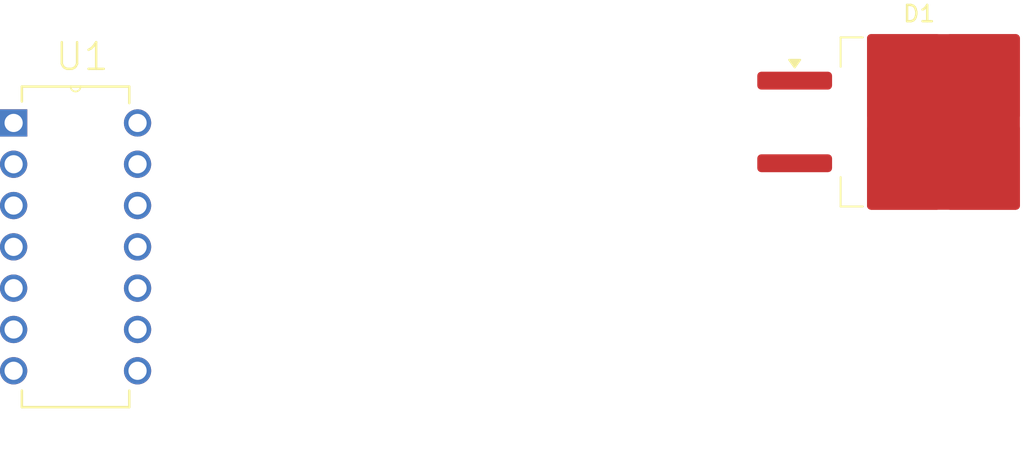
<source format=kicad_pcb>
(kicad_pcb (version 20241229) (generator "pcbnew") (generator_version "9.0")
  (layers (0 "F.Cu" signal) (2 "B.Cu" signal) (13 "F.Paste" user) (15 "B.Paste" user) (5 "F.SilkS" user "F.Silkscreen") (7 "B.SilkS" user "B.Silkscreen") (1 "F.Mask" user) (3 "B.Mask" user) (25 "Edge.Cuts" user))
  (net 0 "")
  (net 1 "/BLUE_PHASE_POWER")
  (net 2 "/V_OUT_RECTIFIED")
  (net 4 "+15V")
  (net 6 "GND")
  (net 8 "/CURRENT_OUT_MCU")
  (net 9 "Net-(U1-GAIN_SENSE_1)")
  (net 10 "-15V")
  (net 12 "Net-(U1-GAIN_SENSE_2)")
  (net 13 "/VOUT_TO_LOAD")
  (footprint "Package_TO_SOT_SMD:TO-263-2" (layer "F.Cu") (at 194.675 72.2)
    (property "Reference" "D1" (at 0 -6.65 0) (layer "F.SilkS"))
    (property "Value" "S3D10065G")
    (fp_line (start -4.825 -5.2) (end -4.825 -3.39) (stroke (width 0.12)) (layer "F.SilkS"))
    (fp_line (start -4.825 5.2) (end -4.825 3.39) (stroke (width 0.12)) (layer "F.SilkS"))
    (fp_line (start -3.46 -5.2) (end -4.825 -5.2) (stroke (width 0.12)) (layer "F.SilkS"))
    (fp_line (start -3.46 5.2) (end -4.825 5.2) (stroke (width 0.12)) (layer "F.SilkS"))
    (fp_poly (pts (xy -7.65 -3.35) (xy -7.99 -3.82) (xy -7.31 -3.82) (xy -7.65 -3.35)) (stroke (width 0.12)) (fill yes) (layer "F.SilkS"))
    (pad "1" smd roundrect (at -7.65 -2.54) (size 4.6 1.1) (layers "F.Cu" "F.Mask" "F.Paste") (roundrect_rratio 0.227273) (net 2 "/V_OUT_RECTIFIED"))
    (pad "2" smd roundrect (at -0.925 -2.775) (size 4.55 5.25) (layers "F.Cu" "F.Paste") (roundrect_rratio 0.054945) (net 1 "/BLUE_PHASE_POWER"))
    (pad "2" smd roundrect (at -0.925 2.775) (size 4.55 5.25) (layers "F.Cu" "F.Paste") (roundrect_rratio 0.054945) (net 1 "/BLUE_PHASE_POWER"))
    (pad "2" smd roundrect (at 1.5 0) (size 9.4 10.8) (layers "F.Cu" "F.Mask") (roundrect_rratio 0.026596) (net 1 "/BLUE_PHASE_POWER"))
    (pad "2" smd roundrect (at 3.925 -2.775) (size 4.55 5.25) (layers "F.Cu" "F.Paste") (roundrect_rratio 0.054945) (net 1 "/BLUE_PHASE_POWER"))
    (pad "2" smd roundrect (at 3.925 2.775) (size 4.55 5.25) (layers "F.Cu" "F.Paste") (roundrect_rratio 0.054945) (net 1 "/BLUE_PHASE_POWER"))
    (pad "3" smd roundrect (at -7.65 2.54) (size 4.6 1.1) (layers "F.Cu" "F.Mask" "F.Paste") (roundrect_rratio 0.227273))
  )
  (footprint "INA101HP:DIP254P762X508-14" (layer "F.Cu") (at 146.6182 87.5014)
    (property "Reference" "U1" (at -3.406095 -19.318165 0) (layer "F.SilkS") (effects (font (size 1.641205 1.641205))))
    (property "Value" "INA101HP")
    (fp_line (start -7.112 -17.4752) (end -7.112 -16.5608) (stroke (width 0.1524)) (layer "F.SilkS"))
    (fp_line (start -7.112 1.2192) (end -7.112 2.2352) (stroke (width 0.1524)) (layer "F.SilkS"))
    (fp_line (start -7.112 2.2352) (end -0.508 2.2352) (stroke (width 0.1524)) (layer "F.SilkS"))
    (fp_line (start -4.1148 -17.4752) (end -7.112 -17.4752) (stroke (width 0.1524)) (layer "F.SilkS"))
    (fp_line (start -3.5052 -17.4752) (end -4.1148 -17.4752) (stroke (width 0.1524)) (layer "F.SilkS"))
    (fp_line (start -0.508 -17.4752) (end -3.5052 -17.4752) (stroke (width 0.1524)) (layer "F.SilkS"))
    (fp_line (start -0.508 -16.4592) (end -0.508 -17.4752) (stroke (width 0.1524)) (layer "F.SilkS"))
    (fp_line (start -0.508 2.2352) (end -0.508 1.2192) (stroke (width 0.1524)) (layer "F.SilkS"))
    (fp_arc (start -3.5052 -17.4752) (mid -3.81 -17.1704) (end -4.1148 -17.4752) (stroke (width 0.1)) (layer "F.SilkS"))
    (pad "1" thru_hole rect (at -7.62 -15.24) (size 1.6764 1.6764) (drill 1.1176) (layers "*.Cu" "*.Mask") (net 8 "/CURRENT_OUT_MCU"))
    (pad "2" thru_hole circle (at -7.62 -12.7) (size 1.6764 1.6764) (drill 1.1176) (layers "*.Cu" "*.Mask") (net 4 "+15V"))
    (pad "3" thru_hole circle (at -7.62 -10.16) (size 1.6764 1.6764) (drill 1.1176) (layers "*.Cu" "*.Mask") (net 13 "/VOUT_TO_LOAD"))
    (pad "4" thru_hole circle (at -7.62 -7.62) (size 1.6764 1.6764) (drill 1.1176) (layers "*.Cu" "*.Mask") (net 9 "Net-(U1-GAIN_SENSE_1)"))
    (pad "5" thru_hole circle (at -7.62 -5.08) (size 1.6764 1.6764) (drill 1.1176) (layers "*.Cu" "*.Mask") (net 9 "Net-(U1-GAIN_SENSE_1)"))
    (pad "6" thru_hole circle (at -7.62 -2.54) (size 1.6764 1.6764) (drill 1.1176) (layers "*.Cu" "*.Mask"))
    (pad "7" thru_hole circle (at -7.62 0) (size 1.6764 1.6764) (drill 1.1176) (layers "*.Cu" "*.Mask"))
    (pad "8" thru_hole circle (at 0 0) (size 1.6764 1.6764) (drill 1.1176) (layers "*.Cu" "*.Mask"))
    (pad "9" thru_hole circle (at 0 -2.54) (size 1.6764 1.6764) (drill 1.1176) (layers "*.Cu" "*.Mask"))
    (pad "10" thru_hole circle (at 0 -5.08) (size 1.6764 1.6764) (drill 1.1176) (layers "*.Cu" "*.Mask") (net 12 "Net-(U1-GAIN_SENSE_2)"))
    (pad "11" thru_hole circle (at 0 -7.62) (size 1.6764 1.6764) (drill 1.1176) (layers "*.Cu" "*.Mask") (net 12 "Net-(U1-GAIN_SENSE_2)"))
    (pad "12" thru_hole circle (at 0 -10.16) (size 1.6764 1.6764) (drill 1.1176) (layers "*.Cu" "*.Mask") (net 2 "/V_OUT_RECTIFIED"))
    (pad "13" thru_hole circle (at 0 -12.7) (size 1.6764 1.6764) (drill 1.1176) (layers "*.Cu" "*.Mask") (net 10 "-15V"))
    (pad "14" thru_hole circle (at 0 -15.24) (size 1.6764 1.6764) (drill 1.1176) (layers "*.Cu" "*.Mask") (net 6 "GND"))
  )
)
</source>
